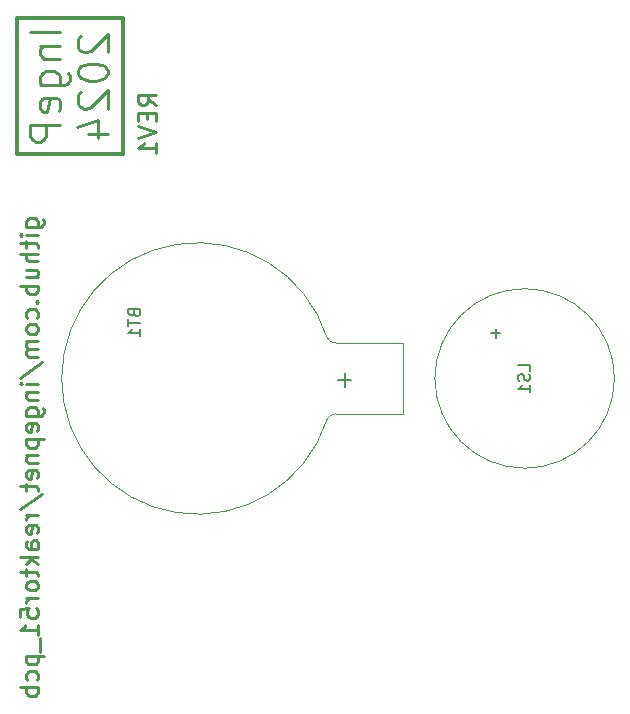
<source format=gbr>
%TF.GenerationSoftware,KiCad,Pcbnew,8.0.6-8.0.6-0~ubuntu20.04.1*%
%TF.CreationDate,2024-11-17T18:25:06+01:00*%
%TF.ProjectId,reaktor51_game,7265616b-746f-4723-9531-5f67616d652e,1*%
%TF.SameCoordinates,Original*%
%TF.FileFunction,Legend,Bot*%
%TF.FilePolarity,Positive*%
%FSLAX46Y46*%
G04 Gerber Fmt 4.6, Leading zero omitted, Abs format (unit mm)*
G04 Created by KiCad (PCBNEW 8.0.6-8.0.6-0~ubuntu20.04.1) date 2024-11-17 18:25:06*
%MOMM*%
%LPD*%
G01*
G04 APERTURE LIST*
%ADD10C,0.220000*%
%ADD11C,0.300000*%
%ADD12C,0.250000*%
%ADD13C,0.150000*%
%ADD14C,0.120000*%
G04 APERTURE END LIST*
D10*
X133804988Y-74359021D02*
X133090702Y-73859021D01*
X133804988Y-73501878D02*
X132304988Y-73501878D01*
X132304988Y-73501878D02*
X132304988Y-74073307D01*
X132304988Y-74073307D02*
X132376417Y-74216164D01*
X132376417Y-74216164D02*
X132447845Y-74287593D01*
X132447845Y-74287593D02*
X132590702Y-74359021D01*
X132590702Y-74359021D02*
X132804988Y-74359021D01*
X132804988Y-74359021D02*
X132947845Y-74287593D01*
X132947845Y-74287593D02*
X133019274Y-74216164D01*
X133019274Y-74216164D02*
X133090702Y-74073307D01*
X133090702Y-74073307D02*
X133090702Y-73501878D01*
X133019274Y-75001878D02*
X133019274Y-75501878D01*
X133804988Y-75716164D02*
X133804988Y-75001878D01*
X133804988Y-75001878D02*
X132304988Y-75001878D01*
X132304988Y-75001878D02*
X132304988Y-75716164D01*
X132304988Y-76144736D02*
X133804988Y-76644736D01*
X133804988Y-76644736D02*
X132304988Y-77144736D01*
X133804988Y-78430450D02*
X133804988Y-77573307D01*
X133804988Y-78001878D02*
X132304988Y-78001878D01*
X132304988Y-78001878D02*
X132519274Y-77859021D01*
X132519274Y-77859021D02*
X132662131Y-77716164D01*
X132662131Y-77716164D02*
X132733560Y-77573307D01*
X122804988Y-84644736D02*
X124019274Y-84644736D01*
X124019274Y-84644736D02*
X124162131Y-84573307D01*
X124162131Y-84573307D02*
X124233560Y-84501878D01*
X124233560Y-84501878D02*
X124304988Y-84359021D01*
X124304988Y-84359021D02*
X124304988Y-84144736D01*
X124304988Y-84144736D02*
X124233560Y-84001878D01*
X123733560Y-84644736D02*
X123804988Y-84501878D01*
X123804988Y-84501878D02*
X123804988Y-84216164D01*
X123804988Y-84216164D02*
X123733560Y-84073307D01*
X123733560Y-84073307D02*
X123662131Y-84001878D01*
X123662131Y-84001878D02*
X123519274Y-83930450D01*
X123519274Y-83930450D02*
X123090702Y-83930450D01*
X123090702Y-83930450D02*
X122947845Y-84001878D01*
X122947845Y-84001878D02*
X122876417Y-84073307D01*
X122876417Y-84073307D02*
X122804988Y-84216164D01*
X122804988Y-84216164D02*
X122804988Y-84501878D01*
X122804988Y-84501878D02*
X122876417Y-84644736D01*
X123804988Y-85359021D02*
X122804988Y-85359021D01*
X122304988Y-85359021D02*
X122376417Y-85287593D01*
X122376417Y-85287593D02*
X122447845Y-85359021D01*
X122447845Y-85359021D02*
X122376417Y-85430450D01*
X122376417Y-85430450D02*
X122304988Y-85359021D01*
X122304988Y-85359021D02*
X122447845Y-85359021D01*
X122804988Y-85859022D02*
X122804988Y-86430450D01*
X122304988Y-86073307D02*
X123590702Y-86073307D01*
X123590702Y-86073307D02*
X123733560Y-86144736D01*
X123733560Y-86144736D02*
X123804988Y-86287593D01*
X123804988Y-86287593D02*
X123804988Y-86430450D01*
X123804988Y-86930450D02*
X122304988Y-86930450D01*
X123804988Y-87573308D02*
X123019274Y-87573308D01*
X123019274Y-87573308D02*
X122876417Y-87501879D01*
X122876417Y-87501879D02*
X122804988Y-87359022D01*
X122804988Y-87359022D02*
X122804988Y-87144736D01*
X122804988Y-87144736D02*
X122876417Y-87001879D01*
X122876417Y-87001879D02*
X122947845Y-86930450D01*
X122804988Y-88930451D02*
X123804988Y-88930451D01*
X122804988Y-88287593D02*
X123590702Y-88287593D01*
X123590702Y-88287593D02*
X123733560Y-88359022D01*
X123733560Y-88359022D02*
X123804988Y-88501879D01*
X123804988Y-88501879D02*
X123804988Y-88716165D01*
X123804988Y-88716165D02*
X123733560Y-88859022D01*
X123733560Y-88859022D02*
X123662131Y-88930451D01*
X123804988Y-89644736D02*
X122304988Y-89644736D01*
X122876417Y-89644736D02*
X122804988Y-89787594D01*
X122804988Y-89787594D02*
X122804988Y-90073308D01*
X122804988Y-90073308D02*
X122876417Y-90216165D01*
X122876417Y-90216165D02*
X122947845Y-90287594D01*
X122947845Y-90287594D02*
X123090702Y-90359022D01*
X123090702Y-90359022D02*
X123519274Y-90359022D01*
X123519274Y-90359022D02*
X123662131Y-90287594D01*
X123662131Y-90287594D02*
X123733560Y-90216165D01*
X123733560Y-90216165D02*
X123804988Y-90073308D01*
X123804988Y-90073308D02*
X123804988Y-89787594D01*
X123804988Y-89787594D02*
X123733560Y-89644736D01*
X123662131Y-91001879D02*
X123733560Y-91073308D01*
X123733560Y-91073308D02*
X123804988Y-91001879D01*
X123804988Y-91001879D02*
X123733560Y-90930451D01*
X123733560Y-90930451D02*
X123662131Y-91001879D01*
X123662131Y-91001879D02*
X123804988Y-91001879D01*
X123733560Y-92359023D02*
X123804988Y-92216165D01*
X123804988Y-92216165D02*
X123804988Y-91930451D01*
X123804988Y-91930451D02*
X123733560Y-91787594D01*
X123733560Y-91787594D02*
X123662131Y-91716165D01*
X123662131Y-91716165D02*
X123519274Y-91644737D01*
X123519274Y-91644737D02*
X123090702Y-91644737D01*
X123090702Y-91644737D02*
X122947845Y-91716165D01*
X122947845Y-91716165D02*
X122876417Y-91787594D01*
X122876417Y-91787594D02*
X122804988Y-91930451D01*
X122804988Y-91930451D02*
X122804988Y-92216165D01*
X122804988Y-92216165D02*
X122876417Y-92359023D01*
X123804988Y-93216165D02*
X123733560Y-93073308D01*
X123733560Y-93073308D02*
X123662131Y-93001879D01*
X123662131Y-93001879D02*
X123519274Y-92930451D01*
X123519274Y-92930451D02*
X123090702Y-92930451D01*
X123090702Y-92930451D02*
X122947845Y-93001879D01*
X122947845Y-93001879D02*
X122876417Y-93073308D01*
X122876417Y-93073308D02*
X122804988Y-93216165D01*
X122804988Y-93216165D02*
X122804988Y-93430451D01*
X122804988Y-93430451D02*
X122876417Y-93573308D01*
X122876417Y-93573308D02*
X122947845Y-93644737D01*
X122947845Y-93644737D02*
X123090702Y-93716165D01*
X123090702Y-93716165D02*
X123519274Y-93716165D01*
X123519274Y-93716165D02*
X123662131Y-93644737D01*
X123662131Y-93644737D02*
X123733560Y-93573308D01*
X123733560Y-93573308D02*
X123804988Y-93430451D01*
X123804988Y-93430451D02*
X123804988Y-93216165D01*
X123804988Y-94359022D02*
X122804988Y-94359022D01*
X122947845Y-94359022D02*
X122876417Y-94430451D01*
X122876417Y-94430451D02*
X122804988Y-94573308D01*
X122804988Y-94573308D02*
X122804988Y-94787594D01*
X122804988Y-94787594D02*
X122876417Y-94930451D01*
X122876417Y-94930451D02*
X123019274Y-95001880D01*
X123019274Y-95001880D02*
X123804988Y-95001880D01*
X123019274Y-95001880D02*
X122876417Y-95073308D01*
X122876417Y-95073308D02*
X122804988Y-95216165D01*
X122804988Y-95216165D02*
X122804988Y-95430451D01*
X122804988Y-95430451D02*
X122876417Y-95573308D01*
X122876417Y-95573308D02*
X123019274Y-95644737D01*
X123019274Y-95644737D02*
X123804988Y-95644737D01*
X122233560Y-97430451D02*
X124162131Y-96144737D01*
X123804988Y-97930451D02*
X122804988Y-97930451D01*
X122304988Y-97930451D02*
X122376417Y-97859023D01*
X122376417Y-97859023D02*
X122447845Y-97930451D01*
X122447845Y-97930451D02*
X122376417Y-98001880D01*
X122376417Y-98001880D02*
X122304988Y-97930451D01*
X122304988Y-97930451D02*
X122447845Y-97930451D01*
X122804988Y-98644737D02*
X123804988Y-98644737D01*
X122947845Y-98644737D02*
X122876417Y-98716166D01*
X122876417Y-98716166D02*
X122804988Y-98859023D01*
X122804988Y-98859023D02*
X122804988Y-99073309D01*
X122804988Y-99073309D02*
X122876417Y-99216166D01*
X122876417Y-99216166D02*
X123019274Y-99287595D01*
X123019274Y-99287595D02*
X123804988Y-99287595D01*
X122804988Y-100644738D02*
X124019274Y-100644738D01*
X124019274Y-100644738D02*
X124162131Y-100573309D01*
X124162131Y-100573309D02*
X124233560Y-100501880D01*
X124233560Y-100501880D02*
X124304988Y-100359023D01*
X124304988Y-100359023D02*
X124304988Y-100144738D01*
X124304988Y-100144738D02*
X124233560Y-100001880D01*
X123733560Y-100644738D02*
X123804988Y-100501880D01*
X123804988Y-100501880D02*
X123804988Y-100216166D01*
X123804988Y-100216166D02*
X123733560Y-100073309D01*
X123733560Y-100073309D02*
X123662131Y-100001880D01*
X123662131Y-100001880D02*
X123519274Y-99930452D01*
X123519274Y-99930452D02*
X123090702Y-99930452D01*
X123090702Y-99930452D02*
X122947845Y-100001880D01*
X122947845Y-100001880D02*
X122876417Y-100073309D01*
X122876417Y-100073309D02*
X122804988Y-100216166D01*
X122804988Y-100216166D02*
X122804988Y-100501880D01*
X122804988Y-100501880D02*
X122876417Y-100644738D01*
X123733560Y-101930452D02*
X123804988Y-101787595D01*
X123804988Y-101787595D02*
X123804988Y-101501881D01*
X123804988Y-101501881D02*
X123733560Y-101359023D01*
X123733560Y-101359023D02*
X123590702Y-101287595D01*
X123590702Y-101287595D02*
X123019274Y-101287595D01*
X123019274Y-101287595D02*
X122876417Y-101359023D01*
X122876417Y-101359023D02*
X122804988Y-101501881D01*
X122804988Y-101501881D02*
X122804988Y-101787595D01*
X122804988Y-101787595D02*
X122876417Y-101930452D01*
X122876417Y-101930452D02*
X123019274Y-102001881D01*
X123019274Y-102001881D02*
X123162131Y-102001881D01*
X123162131Y-102001881D02*
X123304988Y-101287595D01*
X122804988Y-102644737D02*
X124304988Y-102644737D01*
X122876417Y-102644737D02*
X122804988Y-102787595D01*
X122804988Y-102787595D02*
X122804988Y-103073309D01*
X122804988Y-103073309D02*
X122876417Y-103216166D01*
X122876417Y-103216166D02*
X122947845Y-103287595D01*
X122947845Y-103287595D02*
X123090702Y-103359023D01*
X123090702Y-103359023D02*
X123519274Y-103359023D01*
X123519274Y-103359023D02*
X123662131Y-103287595D01*
X123662131Y-103287595D02*
X123733560Y-103216166D01*
X123733560Y-103216166D02*
X123804988Y-103073309D01*
X123804988Y-103073309D02*
X123804988Y-102787595D01*
X123804988Y-102787595D02*
X123733560Y-102644737D01*
X122804988Y-104001880D02*
X123804988Y-104001880D01*
X122947845Y-104001880D02*
X122876417Y-104073309D01*
X122876417Y-104073309D02*
X122804988Y-104216166D01*
X122804988Y-104216166D02*
X122804988Y-104430452D01*
X122804988Y-104430452D02*
X122876417Y-104573309D01*
X122876417Y-104573309D02*
X123019274Y-104644738D01*
X123019274Y-104644738D02*
X123804988Y-104644738D01*
X123733560Y-105930452D02*
X123804988Y-105787595D01*
X123804988Y-105787595D02*
X123804988Y-105501881D01*
X123804988Y-105501881D02*
X123733560Y-105359023D01*
X123733560Y-105359023D02*
X123590702Y-105287595D01*
X123590702Y-105287595D02*
X123019274Y-105287595D01*
X123019274Y-105287595D02*
X122876417Y-105359023D01*
X122876417Y-105359023D02*
X122804988Y-105501881D01*
X122804988Y-105501881D02*
X122804988Y-105787595D01*
X122804988Y-105787595D02*
X122876417Y-105930452D01*
X122876417Y-105930452D02*
X123019274Y-106001881D01*
X123019274Y-106001881D02*
X123162131Y-106001881D01*
X123162131Y-106001881D02*
X123304988Y-105287595D01*
X122804988Y-106430452D02*
X122804988Y-107001880D01*
X122304988Y-106644737D02*
X123590702Y-106644737D01*
X123590702Y-106644737D02*
X123733560Y-106716166D01*
X123733560Y-106716166D02*
X123804988Y-106859023D01*
X123804988Y-106859023D02*
X123804988Y-107001880D01*
X122233560Y-108573309D02*
X124162131Y-107287595D01*
X123804988Y-109073309D02*
X122804988Y-109073309D01*
X123090702Y-109073309D02*
X122947845Y-109144738D01*
X122947845Y-109144738D02*
X122876417Y-109216167D01*
X122876417Y-109216167D02*
X122804988Y-109359024D01*
X122804988Y-109359024D02*
X122804988Y-109501881D01*
X123733560Y-110573309D02*
X123804988Y-110430452D01*
X123804988Y-110430452D02*
X123804988Y-110144738D01*
X123804988Y-110144738D02*
X123733560Y-110001880D01*
X123733560Y-110001880D02*
X123590702Y-109930452D01*
X123590702Y-109930452D02*
X123019274Y-109930452D01*
X123019274Y-109930452D02*
X122876417Y-110001880D01*
X122876417Y-110001880D02*
X122804988Y-110144738D01*
X122804988Y-110144738D02*
X122804988Y-110430452D01*
X122804988Y-110430452D02*
X122876417Y-110573309D01*
X122876417Y-110573309D02*
X123019274Y-110644738D01*
X123019274Y-110644738D02*
X123162131Y-110644738D01*
X123162131Y-110644738D02*
X123304988Y-109930452D01*
X123804988Y-111930452D02*
X123019274Y-111930452D01*
X123019274Y-111930452D02*
X122876417Y-111859023D01*
X122876417Y-111859023D02*
X122804988Y-111716166D01*
X122804988Y-111716166D02*
X122804988Y-111430452D01*
X122804988Y-111430452D02*
X122876417Y-111287594D01*
X123733560Y-111930452D02*
X123804988Y-111787594D01*
X123804988Y-111787594D02*
X123804988Y-111430452D01*
X123804988Y-111430452D02*
X123733560Y-111287594D01*
X123733560Y-111287594D02*
X123590702Y-111216166D01*
X123590702Y-111216166D02*
X123447845Y-111216166D01*
X123447845Y-111216166D02*
X123304988Y-111287594D01*
X123304988Y-111287594D02*
X123233560Y-111430452D01*
X123233560Y-111430452D02*
X123233560Y-111787594D01*
X123233560Y-111787594D02*
X123162131Y-111930452D01*
X123804988Y-112644737D02*
X122304988Y-112644737D01*
X123233560Y-112787595D02*
X123804988Y-113216166D01*
X122804988Y-113216166D02*
X123376417Y-112644737D01*
X122804988Y-113644738D02*
X122804988Y-114216166D01*
X122304988Y-113859023D02*
X123590702Y-113859023D01*
X123590702Y-113859023D02*
X123733560Y-113930452D01*
X123733560Y-113930452D02*
X123804988Y-114073309D01*
X123804988Y-114073309D02*
X123804988Y-114216166D01*
X123804988Y-114930452D02*
X123733560Y-114787595D01*
X123733560Y-114787595D02*
X123662131Y-114716166D01*
X123662131Y-114716166D02*
X123519274Y-114644738D01*
X123519274Y-114644738D02*
X123090702Y-114644738D01*
X123090702Y-114644738D02*
X122947845Y-114716166D01*
X122947845Y-114716166D02*
X122876417Y-114787595D01*
X122876417Y-114787595D02*
X122804988Y-114930452D01*
X122804988Y-114930452D02*
X122804988Y-115144738D01*
X122804988Y-115144738D02*
X122876417Y-115287595D01*
X122876417Y-115287595D02*
X122947845Y-115359024D01*
X122947845Y-115359024D02*
X123090702Y-115430452D01*
X123090702Y-115430452D02*
X123519274Y-115430452D01*
X123519274Y-115430452D02*
X123662131Y-115359024D01*
X123662131Y-115359024D02*
X123733560Y-115287595D01*
X123733560Y-115287595D02*
X123804988Y-115144738D01*
X123804988Y-115144738D02*
X123804988Y-114930452D01*
X123804988Y-116073309D02*
X122804988Y-116073309D01*
X123090702Y-116073309D02*
X122947845Y-116144738D01*
X122947845Y-116144738D02*
X122876417Y-116216167D01*
X122876417Y-116216167D02*
X122804988Y-116359024D01*
X122804988Y-116359024D02*
X122804988Y-116501881D01*
X122304988Y-117716166D02*
X122304988Y-117001880D01*
X122304988Y-117001880D02*
X123019274Y-116930452D01*
X123019274Y-116930452D02*
X122947845Y-117001880D01*
X122947845Y-117001880D02*
X122876417Y-117144738D01*
X122876417Y-117144738D02*
X122876417Y-117501880D01*
X122876417Y-117501880D02*
X122947845Y-117644738D01*
X122947845Y-117644738D02*
X123019274Y-117716166D01*
X123019274Y-117716166D02*
X123162131Y-117787595D01*
X123162131Y-117787595D02*
X123519274Y-117787595D01*
X123519274Y-117787595D02*
X123662131Y-117716166D01*
X123662131Y-117716166D02*
X123733560Y-117644738D01*
X123733560Y-117644738D02*
X123804988Y-117501880D01*
X123804988Y-117501880D02*
X123804988Y-117144738D01*
X123804988Y-117144738D02*
X123733560Y-117001880D01*
X123733560Y-117001880D02*
X123662131Y-116930452D01*
X123804988Y-119216166D02*
X123804988Y-118359023D01*
X123804988Y-118787594D02*
X122304988Y-118787594D01*
X122304988Y-118787594D02*
X122519274Y-118644737D01*
X122519274Y-118644737D02*
X122662131Y-118501880D01*
X122662131Y-118501880D02*
X122733560Y-118359023D01*
X123947845Y-119501880D02*
X123947845Y-120644737D01*
X122804988Y-121001879D02*
X124304988Y-121001879D01*
X122876417Y-121001879D02*
X122804988Y-121144737D01*
X122804988Y-121144737D02*
X122804988Y-121430451D01*
X122804988Y-121430451D02*
X122876417Y-121573308D01*
X122876417Y-121573308D02*
X122947845Y-121644737D01*
X122947845Y-121644737D02*
X123090702Y-121716165D01*
X123090702Y-121716165D02*
X123519274Y-121716165D01*
X123519274Y-121716165D02*
X123662131Y-121644737D01*
X123662131Y-121644737D02*
X123733560Y-121573308D01*
X123733560Y-121573308D02*
X123804988Y-121430451D01*
X123804988Y-121430451D02*
X123804988Y-121144737D01*
X123804988Y-121144737D02*
X123733560Y-121001879D01*
X123733560Y-123001880D02*
X123804988Y-122859022D01*
X123804988Y-122859022D02*
X123804988Y-122573308D01*
X123804988Y-122573308D02*
X123733560Y-122430451D01*
X123733560Y-122430451D02*
X123662131Y-122359022D01*
X123662131Y-122359022D02*
X123519274Y-122287594D01*
X123519274Y-122287594D02*
X123090702Y-122287594D01*
X123090702Y-122287594D02*
X122947845Y-122359022D01*
X122947845Y-122359022D02*
X122876417Y-122430451D01*
X122876417Y-122430451D02*
X122804988Y-122573308D01*
X122804988Y-122573308D02*
X122804988Y-122859022D01*
X122804988Y-122859022D02*
X122876417Y-123001880D01*
X123804988Y-123644736D02*
X122304988Y-123644736D01*
X122876417Y-123644736D02*
X122804988Y-123787594D01*
X122804988Y-123787594D02*
X122804988Y-124073308D01*
X122804988Y-124073308D02*
X122876417Y-124216165D01*
X122876417Y-124216165D02*
X122947845Y-124287594D01*
X122947845Y-124287594D02*
X123090702Y-124359022D01*
X123090702Y-124359022D02*
X123519274Y-124359022D01*
X123519274Y-124359022D02*
X123662131Y-124287594D01*
X123662131Y-124287594D02*
X123733560Y-124216165D01*
X123733560Y-124216165D02*
X123804988Y-124073308D01*
X123804988Y-124073308D02*
X123804988Y-123787594D01*
X123804988Y-123787594D02*
X123733560Y-123644736D01*
D11*
X122000000Y-67000000D02*
X131000000Y-67000000D01*
X131000000Y-78500000D01*
X122000000Y-78500000D01*
X122000000Y-67000000D01*
D12*
X125656187Y-68166667D02*
X123156187Y-68166667D01*
X123989520Y-69357143D02*
X125656187Y-69357143D01*
X124227616Y-69357143D02*
X124108568Y-69476190D01*
X124108568Y-69476190D02*
X123989520Y-69714285D01*
X123989520Y-69714285D02*
X123989520Y-70071428D01*
X123989520Y-70071428D02*
X124108568Y-70309524D01*
X124108568Y-70309524D02*
X124346663Y-70428571D01*
X124346663Y-70428571D02*
X125656187Y-70428571D01*
X123989520Y-72690476D02*
X126013330Y-72690476D01*
X126013330Y-72690476D02*
X126251425Y-72571429D01*
X126251425Y-72571429D02*
X126370473Y-72452381D01*
X126370473Y-72452381D02*
X126489520Y-72214286D01*
X126489520Y-72214286D02*
X126489520Y-71857143D01*
X126489520Y-71857143D02*
X126370473Y-71619048D01*
X125537140Y-72690476D02*
X125656187Y-72452381D01*
X125656187Y-72452381D02*
X125656187Y-71976190D01*
X125656187Y-71976190D02*
X125537140Y-71738095D01*
X125537140Y-71738095D02*
X125418092Y-71619048D01*
X125418092Y-71619048D02*
X125179997Y-71500000D01*
X125179997Y-71500000D02*
X124465711Y-71500000D01*
X124465711Y-71500000D02*
X124227616Y-71619048D01*
X124227616Y-71619048D02*
X124108568Y-71738095D01*
X124108568Y-71738095D02*
X123989520Y-71976190D01*
X123989520Y-71976190D02*
X123989520Y-72452381D01*
X123989520Y-72452381D02*
X124108568Y-72690476D01*
X125537140Y-74833334D02*
X125656187Y-74595238D01*
X125656187Y-74595238D02*
X125656187Y-74119048D01*
X125656187Y-74119048D02*
X125537140Y-73880953D01*
X125537140Y-73880953D02*
X125299044Y-73761905D01*
X125299044Y-73761905D02*
X124346663Y-73761905D01*
X124346663Y-73761905D02*
X124108568Y-73880953D01*
X124108568Y-73880953D02*
X123989520Y-74119048D01*
X123989520Y-74119048D02*
X123989520Y-74595238D01*
X123989520Y-74595238D02*
X124108568Y-74833334D01*
X124108568Y-74833334D02*
X124346663Y-74952381D01*
X124346663Y-74952381D02*
X124584759Y-74952381D01*
X124584759Y-74952381D02*
X124822854Y-73761905D01*
X125656187Y-76023810D02*
X123156187Y-76023810D01*
X123156187Y-76023810D02*
X123156187Y-76976191D01*
X123156187Y-76976191D02*
X123275235Y-77214286D01*
X123275235Y-77214286D02*
X123394282Y-77333333D01*
X123394282Y-77333333D02*
X123632378Y-77452381D01*
X123632378Y-77452381D02*
X123989520Y-77452381D01*
X123989520Y-77452381D02*
X124227616Y-77333333D01*
X124227616Y-77333333D02*
X124346663Y-77214286D01*
X124346663Y-77214286D02*
X124465711Y-76976191D01*
X124465711Y-76976191D02*
X124465711Y-76023810D01*
X127419142Y-68464286D02*
X127300095Y-68583334D01*
X127300095Y-68583334D02*
X127181047Y-68821429D01*
X127181047Y-68821429D02*
X127181047Y-69416667D01*
X127181047Y-69416667D02*
X127300095Y-69654762D01*
X127300095Y-69654762D02*
X127419142Y-69773810D01*
X127419142Y-69773810D02*
X127657238Y-69892857D01*
X127657238Y-69892857D02*
X127895333Y-69892857D01*
X127895333Y-69892857D02*
X128252476Y-69773810D01*
X128252476Y-69773810D02*
X129681047Y-68345238D01*
X129681047Y-68345238D02*
X129681047Y-69892857D01*
X127181047Y-71440476D02*
X127181047Y-71678571D01*
X127181047Y-71678571D02*
X127300095Y-71916667D01*
X127300095Y-71916667D02*
X127419142Y-72035714D01*
X127419142Y-72035714D02*
X127657238Y-72154762D01*
X127657238Y-72154762D02*
X128133428Y-72273809D01*
X128133428Y-72273809D02*
X128728666Y-72273809D01*
X128728666Y-72273809D02*
X129204857Y-72154762D01*
X129204857Y-72154762D02*
X129442952Y-72035714D01*
X129442952Y-72035714D02*
X129562000Y-71916667D01*
X129562000Y-71916667D02*
X129681047Y-71678571D01*
X129681047Y-71678571D02*
X129681047Y-71440476D01*
X129681047Y-71440476D02*
X129562000Y-71202381D01*
X129562000Y-71202381D02*
X129442952Y-71083333D01*
X129442952Y-71083333D02*
X129204857Y-70964286D01*
X129204857Y-70964286D02*
X128728666Y-70845238D01*
X128728666Y-70845238D02*
X128133428Y-70845238D01*
X128133428Y-70845238D02*
X127657238Y-70964286D01*
X127657238Y-70964286D02*
X127419142Y-71083333D01*
X127419142Y-71083333D02*
X127300095Y-71202381D01*
X127300095Y-71202381D02*
X127181047Y-71440476D01*
X127419142Y-73226190D02*
X127300095Y-73345238D01*
X127300095Y-73345238D02*
X127181047Y-73583333D01*
X127181047Y-73583333D02*
X127181047Y-74178571D01*
X127181047Y-74178571D02*
X127300095Y-74416666D01*
X127300095Y-74416666D02*
X127419142Y-74535714D01*
X127419142Y-74535714D02*
X127657238Y-74654761D01*
X127657238Y-74654761D02*
X127895333Y-74654761D01*
X127895333Y-74654761D02*
X128252476Y-74535714D01*
X128252476Y-74535714D02*
X129681047Y-73107142D01*
X129681047Y-73107142D02*
X129681047Y-74654761D01*
X128014380Y-76797618D02*
X129681047Y-76797618D01*
X127062000Y-76202380D02*
X128847714Y-75607142D01*
X128847714Y-75607142D02*
X128847714Y-77154761D01*
D13*
X131931009Y-91964285D02*
X131978628Y-92107142D01*
X131978628Y-92107142D02*
X132026247Y-92154761D01*
X132026247Y-92154761D02*
X132121485Y-92202380D01*
X132121485Y-92202380D02*
X132264342Y-92202380D01*
X132264342Y-92202380D02*
X132359580Y-92154761D01*
X132359580Y-92154761D02*
X132407200Y-92107142D01*
X132407200Y-92107142D02*
X132454819Y-92011904D01*
X132454819Y-92011904D02*
X132454819Y-91630952D01*
X132454819Y-91630952D02*
X131454819Y-91630952D01*
X131454819Y-91630952D02*
X131454819Y-91964285D01*
X131454819Y-91964285D02*
X131502438Y-92059523D01*
X131502438Y-92059523D02*
X131550057Y-92107142D01*
X131550057Y-92107142D02*
X131645295Y-92154761D01*
X131645295Y-92154761D02*
X131740533Y-92154761D01*
X131740533Y-92154761D02*
X131835771Y-92107142D01*
X131835771Y-92107142D02*
X131883390Y-92059523D01*
X131883390Y-92059523D02*
X131931009Y-91964285D01*
X131931009Y-91964285D02*
X131931009Y-91630952D01*
X131454819Y-92488095D02*
X131454819Y-93059523D01*
X132454819Y-92773809D02*
X131454819Y-92773809D01*
X132454819Y-93916666D02*
X132454819Y-93345238D01*
X132454819Y-93630952D02*
X131454819Y-93630952D01*
X131454819Y-93630952D02*
X131597676Y-93535714D01*
X131597676Y-93535714D02*
X131692914Y-93440476D01*
X131692914Y-93440476D02*
X131740533Y-93345238D01*
X150321428Y-97614700D02*
X149178571Y-97614700D01*
X149749999Y-98186128D02*
X149749999Y-97043271D01*
X165454819Y-96857142D02*
X165454819Y-96380952D01*
X165454819Y-96380952D02*
X164454819Y-96380952D01*
X165407200Y-97142857D02*
X165454819Y-97285714D01*
X165454819Y-97285714D02*
X165454819Y-97523809D01*
X165454819Y-97523809D02*
X165407200Y-97619047D01*
X165407200Y-97619047D02*
X165359580Y-97666666D01*
X165359580Y-97666666D02*
X165264342Y-97714285D01*
X165264342Y-97714285D02*
X165169104Y-97714285D01*
X165169104Y-97714285D02*
X165073866Y-97666666D01*
X165073866Y-97666666D02*
X165026247Y-97619047D01*
X165026247Y-97619047D02*
X164978628Y-97523809D01*
X164978628Y-97523809D02*
X164931009Y-97333333D01*
X164931009Y-97333333D02*
X164883390Y-97238095D01*
X164883390Y-97238095D02*
X164835771Y-97190476D01*
X164835771Y-97190476D02*
X164740533Y-97142857D01*
X164740533Y-97142857D02*
X164645295Y-97142857D01*
X164645295Y-97142857D02*
X164550057Y-97190476D01*
X164550057Y-97190476D02*
X164502438Y-97238095D01*
X164502438Y-97238095D02*
X164454819Y-97333333D01*
X164454819Y-97333333D02*
X164454819Y-97571428D01*
X164454819Y-97571428D02*
X164502438Y-97714285D01*
X165454819Y-98666666D02*
X165454819Y-98095238D01*
X165454819Y-98380952D02*
X164454819Y-98380952D01*
X164454819Y-98380952D02*
X164597676Y-98285714D01*
X164597676Y-98285714D02*
X164692914Y-98190476D01*
X164692914Y-98190476D02*
X164740533Y-98095238D01*
X162533866Y-93309048D02*
X162533866Y-94070953D01*
X162914819Y-93690000D02*
X162152914Y-93690000D01*
D14*
%TO.C,BT1*%
X149000000Y-94500000D02*
X154700000Y-94500000D01*
X154700000Y-94500000D02*
X154700000Y-100500000D01*
X149000000Y-100500000D02*
X154700000Y-100500000D01*
X148250000Y-101000000D02*
G75*
G02*
X149000000Y-100500000I750000J-312500D01*
G01*
X149000000Y-94500000D02*
G75*
G02*
X148250000Y-94000000I0J812500D01*
G01*
X125804329Y-97500000D02*
G75*
G02*
X148250000Y-94000000I11495715J11D01*
G01*
X148250000Y-101000000D02*
G75*
G02*
X125804329Y-97500000I-10949956J3499989D01*
G01*
%TO.C,LS1*%
X172600000Y-97500000D02*
G75*
G02*
X157400000Y-97500000I-7600000J0D01*
G01*
X157400000Y-97500000D02*
G75*
G02*
X172600000Y-97500000I7600000J0D01*
G01*
%TD*%
M02*

</source>
